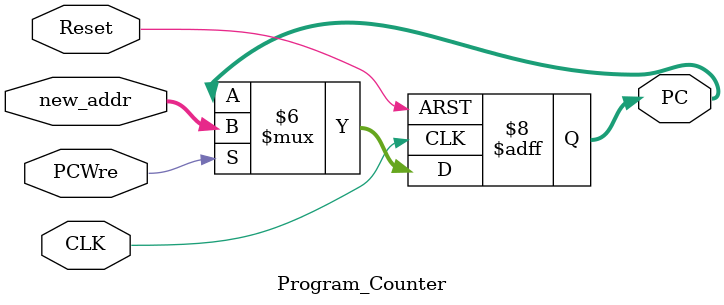
<source format=v>
`timescale 1ns / 1ps
module Program_Counter(
    input Reset,PCWre,CLK,
    input [31:0] new_addr,
    output reg [31:0] PC
);
initial begin
    PC = 0;
end
 always@(posedge CLK or negedge Reset)
    begin
        if(Reset==0)
            begin 
            PC  = 0;
            end
        else    
            if(PCWre==1)
              begin
                PC = new_addr;
              end
    end
endmodule
</source>
